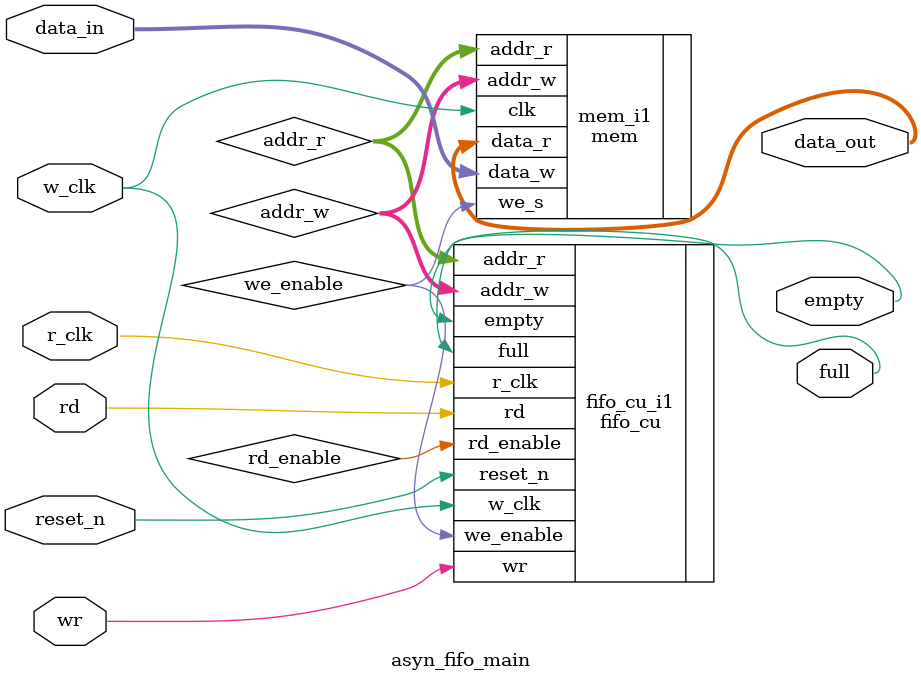
<source format=v>
`include "fifo_cu.v"
`include "mem.v"
module asyn_fifo_main #(parameter addr_size=3, word_width=8)(
    input r_clk, w_clk, rd,wr, reset_n,
    input [word_width-1:0] data_in,
    output [word_width-1:0] data_out,
    output full,empty);
        
    //Declaration
    wire [addr_size-1:0] addr_r,addr_w ;
    wire we_enable, rd_enable ;
    wire [addr_size:0] ptr_r;
    wire [addr_size:0] ptr_w;
    
      
    //Initialization of control unit   
    fifo_cu #(.addr_size(addr_size)) fifo_cu_i1
    (.reset_n(reset_n),.w_clk(w_clk), .r_clk(r_clk),.rd(rd),.wr(wr),.addr_r(addr_r), .addr_w(addr_w),
   .full(full),.empty(empty), .we_enable(we_enable),.rd_enable(rd_enable));
        
        
        
    //Initialize memory register 
    mem #(addr_size,word_width) mem_i1 (.we_s(we_enable), .clk(w_clk),.addr_r(addr_r),
          .addr_w(addr_w),.data_w(data_in),.data_r(data_out));
endmodule

</source>
